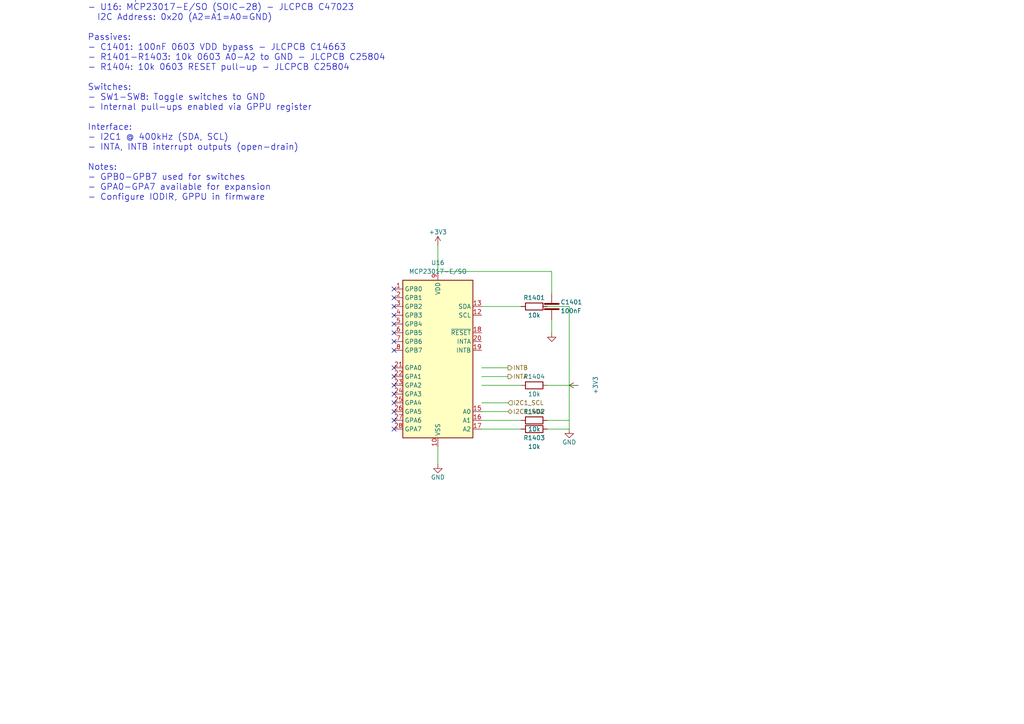
<source format=kicad_sch>
(kicad_sch (version 20231120) (generator "eeschema") (generator_version "8.0")
  (paper "A4")
  (title_block (title "Section 14: I/O Expander & Switches") (date "2026-01-29") (rev "1.0") (company "IMSAFE Project") (comment 1 "MCP23017 16-bit I2C I/O Expander") (comment 2 "I2C address 0x20, 8 toggle switches"))
  (lib_symbols
    (symbol "Device:C" (pin_numbers hide) (pin_names (offset 0.254))
      (property "Reference" "C" (at 0.635 2.54 0))
      (property "Value" "C" (at 0.635 -2.54 0))
      (symbol "C_0_1"
        (polyline (pts (xy -2.032 -0.762) (xy 2.032 -0.762)) (stroke (width 0.508)))
        (polyline (pts (xy -2.032 0.762) (xy 2.032 0.762)) (stroke (width 0.508)))
      )
      (symbol "C_1_1"
        (pin passive line (at 0 3.81 270) (length 2.794) (name "~") (number "1"))
        (pin passive line (at 0 -3.81 90) (length 2.794) (name "~") (number "2"))
      )
    )
    (symbol "Device:R" (pin_numbers hide) (pin_names (offset 0))
      (property "Reference" "R" (at 2.032 0 90))
      (property "Value" "R" (at 0 0 90))
      (symbol "R_0_1"
        (rectangle (start -1.016 -2.54) (end 1.016 2.54) (stroke (width 0.254)))
      )
      (symbol "R_1_1"
        (pin passive line (at 0 3.81 270) (length 1.27) (name "~") (number "1"))
        (pin passive line (at 0 -3.81 90) (length 1.27) (name "~") (number "2"))
      )
    )
    (symbol "power:GND" (power) (pin_numbers hide) (pin_names (offset 0) hide)
      (property "Value" "GND" (at 0 -3.81 0))
      (symbol "GND_0_1"
        (polyline (pts (xy 0 0) (xy 0 -1.27) (xy 1.27 -1.27) (xy 0 -2.54) (xy -1.27 -1.27) (xy 0 -1.27)))
      )
      (symbol "GND_1_1"
        (pin power_in line (at 0 0 270) (length 0) (name "GND") (number "1"))
      )
    )
    (symbol "power:+3V3" (power) (pin_numbers hide) (pin_names (offset 0) hide)
      (property "Value" "+3V3" (at 0 3.556 0))
      (symbol "+3V3_0_1"
        (polyline (pts (xy -0.762 1.27) (xy 0 2.54)))
        (polyline (pts (xy 0 0) (xy 0 2.54)))
        (polyline (pts (xy 0 2.54) (xy 0.762 1.27)))
      )
      (symbol "+3V3_1_1"
        (pin power_in line (at 0 0 90) (length 0) (name "+3V3") (number "1"))
      )
    )
    (symbol "Interface_Expansion:MCP23017"
      (property "Reference" "U" (at 0 26.67 0))
      (property "Value" "MCP23017" (at 0 24.13 0))
      (symbol "MCP23017_0_1"
        (rectangle (start -10.16 22.86) (end 10.16 -22.86) (stroke (width 0.254)) (fill (type background)))
      )
      (symbol "MCP23017_1_1"
        (pin bidirectional line (at -12.7 20.32 0) (length 2.54) (name "GPB0") (number "1"))
        (pin power_in line (at 0 -25.4 90) (length 2.54) (name "VSS") (number "10"))
        (pin input line (at 12.7 12.7 180) (length 2.54) (name "SCL") (number "12"))
        (pin bidirectional line (at 12.7 15.24 180) (length 2.54) (name "SDA") (number "13"))
        (pin input line (at 12.7 -15.24 180) (length 2.54) (name "A0") (number "15"))
        (pin input line (at 12.7 -17.78 180) (length 2.54) (name "A1") (number "16"))
        (pin input line (at 12.7 -20.32 180) (length 2.54) (name "A2") (number "17"))
        (pin input line (at 12.7 7.62 180) (length 2.54) (name "~{RESET}") (number "18"))
        (pin open_collector line (at 12.7 2.54 180) (length 2.54) (name "INTB") (number "19"))
        (pin bidirectional line (at -12.7 17.78 0) (length 2.54) (name "GPB1") (number "2"))
        (pin open_collector line (at 12.7 5.08 180) (length 2.54) (name "INTA") (number "20"))
        (pin bidirectional line (at -12.7 -2.54 0) (length 2.54) (name "GPA0") (number "21"))
        (pin bidirectional line (at -12.7 -5.08 0) (length 2.54) (name "GPA1") (number "22"))
        (pin bidirectional line (at -12.7 -7.62 0) (length 2.54) (name "GPA2") (number "23"))
        (pin bidirectional line (at -12.7 -10.16 0) (length 2.54) (name "GPA3") (number "24"))
        (pin bidirectional line (at -12.7 -12.7 0) (length 2.54) (name "GPA4") (number "25"))
        (pin bidirectional line (at -12.7 -15.24 0) (length 2.54) (name "GPA5") (number "26"))
        (pin bidirectional line (at -12.7 -17.78 0) (length 2.54) (name "GPA6") (number "27"))
        (pin bidirectional line (at -12.7 -20.32 0) (length 2.54) (name "GPA7") (number "28"))
        (pin bidirectional line (at -12.7 15.24 0) (length 2.54) (name "GPB2") (number "3"))
        (pin bidirectional line (at -12.7 12.7 0) (length 2.54) (name "GPB3") (number "4"))
        (pin bidirectional line (at -12.7 10.16 0) (length 2.54) (name "GPB4") (number "5"))
        (pin bidirectional line (at -12.7 7.62 0) (length 2.54) (name "GPB5") (number "6"))
        (pin bidirectional line (at -12.7 5.08 0) (length 2.54) (name "GPB6") (number "7"))
        (pin bidirectional line (at -12.7 2.54 0) (length 2.54) (name "GPB7") (number "8"))
        (pin power_in line (at 0 25.4 270) (length 2.54) (name "VDD") (number "9"))
      )
    )
  )
  (text "I/O Expander Section - MCP23017\n\nMain Component:\n- U16: MCP23017-E/SO (SOIC-28) - JLCPCB C47023\n  I2C Address: 0x20 (A2=A1=A0=GND)\n\nPassives:\n- C1401: 100nF 0603 VDD bypass - JLCPCB C14663\n- R1401-R1403: 10k 0603 A0-A2 to GND - JLCPCB C25804\n- R1404: 10k 0603 RESET pull-up - JLCPCB C25804\n\nSwitches:\n- SW1-SW8: Toggle switches to GND\n- Internal pull-ups enabled via GPPU register\n\nInterface:\n- I2C1 @ 400kHz (SDA, SCL)\n- INTA, INTB interrupt outputs (open-drain)\n\nNotes:\n- GPB0-GPB7 used for switches\n- GPA0-GPA7 available for expansion\n- Configure IODIR, GPPU in firmware" (at 25.4 25.4 0) (effects (font (size 1.8 1.8)) (justify left)))
  (symbol (lib_id "Interface_Expansion:MCP23017") (at 127 104.14 0) (unit 1)
    (property "Reference" "U16" (at 127 76.2 0))
    (property "Value" "MCP23017-E/SO" (at 127 78.74 0))
    (property "Footprint" "Package_SO:SOIC-28W_7.5x17.9mm_P1.27mm" (effects hide))
    (property "Datasheet" "http://ww1.microchip.com/downloads/en/DeviceDoc/20001952C.pdf" (effects hide))
    (property "JLCPCB" "C47023" (effects hide))
  )
  (symbol (lib_id "Device:C") (at 160.02 88.9 0) (unit 1)
    (property "Reference" "C1401" (at 162.56 87.63 0) (effects (justify left)))
    (property "Value" "100nF" (at 162.56 90.17 0) (effects (justify left)))
    (property "Footprint" "Capacitor_SMD:C_0603_1608Metric" (effects hide))
    (property "JLCPCB" "C14663" (effects hide))
  )
  (symbol (lib_id "Device:R") (at 154.94 88.9 90) (unit 1)
    (property "Reference" "R1401" (at 154.94 86.36 90))
    (property "Value" "10k" (at 154.94 91.44 90))
    (property "Footprint" "Resistor_SMD:R_0603_1608Metric" (effects hide))
    (property "JLCPCB" "C25804" (effects hide))
  )
  (symbol (lib_id "Device:R") (at 154.94 121.92 90) (unit 1)
    (property "Reference" "R1402" (at 154.94 119.38 90))
    (property "Value" "10k" (at 154.94 124.46 90))
    (property "Footprint" "Resistor_SMD:R_0603_1608Metric" (effects hide))
    (property "JLCPCB" "C25804" (effects hide))
  )
  (symbol (lib_id "Device:R") (at 154.94 124.46 90) (unit 1)
    (property "Reference" "R1403" (at 154.94 127 90))
    (property "Value" "10k" (at 154.94 129.54 90))
    (property "Footprint" "Resistor_SMD:R_0603_1608Metric" (effects hide))
    (property "JLCPCB" "C25804" (effects hide))
  )
  (symbol (lib_id "Device:R") (at 154.94 111.76 90) (unit 1)
    (property "Reference" "R1404" (at 154.94 109.22 90))
    (property "Value" "10k" (at 154.94 114.3 90))
    (property "Footprint" "Resistor_SMD:R_0603_1608Metric" (effects hide))
    (property "JLCPCB" "C25804" (effects hide))
  )
  (symbol (lib_id "power:+3V3") (at 127 71.12 0) (unit 1)
    (property "Reference" "#PWR01401" (effects hide))
    (property "Value" "+3V3" (at 127 67.31 0))
  )
  (symbol (lib_id "power:GND") (at 127 134.62 0) (unit 1)
    (property "Reference" "#PWR01402" (effects hide))
    (property "Value" "GND" (at 127 138.43 0))
  )
  (symbol (lib_id "power:GND") (at 160.02 96.52 0) (unit 1)
    (property "Reference" "#PWR01403" (effects hide))
    (property "Value" "GND" (effects hide))
  )
  (symbol (lib_id "power:GND") (at 165.1 124.46 0) (unit 1)
    (property "Reference" "#PWR01404" (effects hide))
    (property "Value" "GND" (at 165.1 128.27 0))
  )
  (symbol (lib_id "power:+3V3") (at 167.64 111.76 90) (unit 1)
    (property "Reference" "#PWR01405" (effects hide))
    (property "Value" "+3V3" (at 172.72 111.76 0))
  )
  (wire (pts (xy 127 71.12) (xy 127 78.74)))
  (wire (pts (xy 127 129.54) (xy 127 134.62)))
  (wire (pts (xy 160.02 85.09) (xy 160.02 78.74)))
  (wire (pts (xy 160.02 78.74) (xy 127 78.74)))
  (wire (pts (xy 160.02 92.71) (xy 160.02 96.52)))
  (wire (pts (xy 139.7 111.76) (xy 151.13 111.76)))
  (wire (pts (xy 158.75 111.76) (xy 167.64 111.76)))
  (wire (pts (xy 139.7 88.9) (xy 151.13 88.9)))
  (wire (pts (xy 158.75 88.9) (xy 165.1 88.9)))
  (wire (pts (xy 139.7 121.92) (xy 151.13 121.92)))
  (wire (pts (xy 158.75 121.92) (xy 165.1 121.92)))
  (wire (pts (xy 139.7 124.46) (xy 151.13 124.46)))
  (wire (pts (xy 158.75 124.46) (xy 165.1 124.46)))
  (wire (pts (xy 165.1 88.9) (xy 165.1 121.92)))
  (wire (pts (xy 165.1 121.92) (xy 165.1 124.46)))
  (hierarchical_label "I2C1_SDA" (shape bidirectional) (at 147.32 119.38 0))
  (hierarchical_label "I2C1_SCL" (shape input) (at 147.32 116.84 0))
  (hierarchical_label "INTA" (shape output) (at 147.32 109.22 0))
  (hierarchical_label "INTB" (shape output) (at 147.32 106.68 0))
  (wire (pts (xy 139.7 119.38) (xy 147.32 119.38)))
  (wire (pts (xy 139.7 116.84) (xy 147.32 116.84)))
  (wire (pts (xy 139.7 109.22) (xy 147.32 109.22)))
  (wire (pts (xy 139.7 106.68) (xy 147.32 106.68)))
  (no_connect (at 114.3 124.46))
  (no_connect (at 114.3 121.92))
  (no_connect (at 114.3 119.38))
  (no_connect (at 114.3 116.84))
  (no_connect (at 114.3 114.3))
  (no_connect (at 114.3 111.76))
  (no_connect (at 114.3 109.22))
  (no_connect (at 114.3 106.68))
  (no_connect (at 114.3 101.6))
  (no_connect (at 114.3 99.06))
  (no_connect (at 114.3 96.52))
  (no_connect (at 114.3 93.98))
  (no_connect (at 114.3 91.44))
  (no_connect (at 114.3 88.9))
  (no_connect (at 114.3 86.36))
  (no_connect (at 114.3 83.82))
)
</source>
